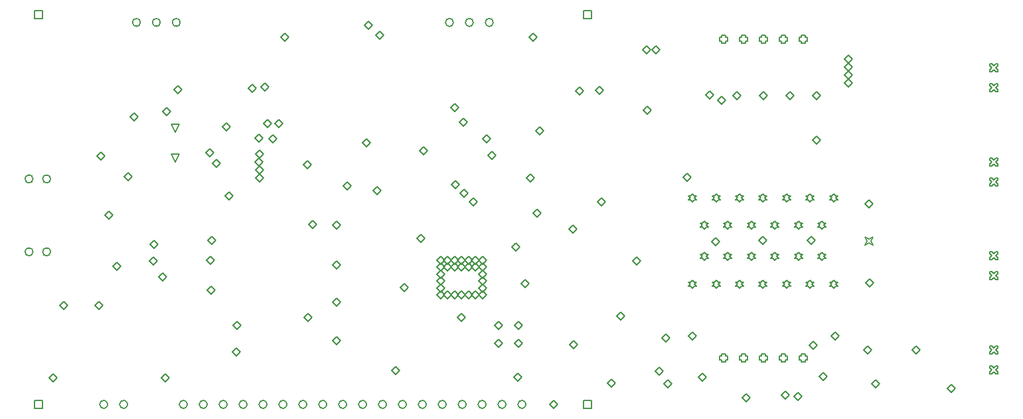
<source format=gbr>
%TF.GenerationSoftware,Altium Limited,Altium Designer,19.1.8 (144)*%
G04 Layer_Color=2752767*
%FSLAX26Y26*%
%MOIN*%
%TF.FileFunction,Drawing*%
%TF.Part,Single*%
G01*
G75*
%TA.AperFunction,NonConductor*%
%ADD102C,0.005000*%
%ADD103C,0.006667*%
D102*
X78425Y78425D02*
Y118425D01*
X118425D01*
Y78425D01*
X78425D01*
X2834331D02*
Y118425D01*
X2874331D01*
Y78425D01*
X2834331D01*
Y2035118D02*
Y2075118D01*
X2874331D01*
Y2035118D01*
X2834331D01*
X78425D02*
Y2075118D01*
X118425D01*
Y2035118D01*
X78425D01*
X785433Y1314449D02*
X765433Y1354449D01*
X805433D01*
X785433Y1314449D01*
Y1464449D02*
X765433Y1504449D01*
X805433D01*
X785433Y1464449D01*
X3382677Y683307D02*
X3392677Y693307D01*
X3402677D01*
X3392677Y703307D01*
X3402677Y713307D01*
X3392677D01*
X3382677Y723307D01*
X3372677Y713307D01*
X3362677D01*
X3372677Y703307D01*
X3362677Y693307D01*
X3372677D01*
X3382677Y683307D01*
X3500787D02*
X3510787Y693307D01*
X3520787D01*
X3510787Y703307D01*
X3520787Y713307D01*
X3510787D01*
X3500787Y723307D01*
X3490787Y713307D01*
X3480787D01*
X3490787Y703307D01*
X3480787Y693307D01*
X3490787D01*
X3500787Y683307D01*
X3618898D02*
X3628898Y693307D01*
X3638898D01*
X3628898Y703307D01*
X3638898Y713307D01*
X3628898D01*
X3618898Y723307D01*
X3608898Y713307D01*
X3598898D01*
X3608898Y703307D01*
X3598898Y693307D01*
X3608898D01*
X3618898Y683307D01*
X3737008D02*
X3747008Y693307D01*
X3757008D01*
X3747008Y703307D01*
X3757008Y713307D01*
X3747008D01*
X3737008Y723307D01*
X3727008Y713307D01*
X3717008D01*
X3727008Y703307D01*
X3717008Y693307D01*
X3727008D01*
X3737008Y683307D01*
X3855118D02*
X3865118Y693307D01*
X3875118D01*
X3865118Y703307D01*
X3875118Y713307D01*
X3865118D01*
X3855118Y723307D01*
X3845118Y713307D01*
X3835118D01*
X3845118Y703307D01*
X3835118Y693307D01*
X3845118D01*
X3855118Y683307D01*
X3973228D02*
X3983228Y693307D01*
X3993228D01*
X3983228Y703307D01*
X3993228Y713307D01*
X3983228D01*
X3973228Y723307D01*
X3963228Y713307D01*
X3953228D01*
X3963228Y703307D01*
X3953228Y693307D01*
X3963228D01*
X3973228Y683307D01*
X4091339D02*
X4101339Y693307D01*
X4111339D01*
X4101339Y703307D01*
X4111339Y713307D01*
X4101339D01*
X4091339Y723307D01*
X4081339Y713307D01*
X4071339D01*
X4081339Y703307D01*
X4071339Y693307D01*
X4081339D01*
X4091339Y683307D01*
X3441732Y821102D02*
X3451732Y831102D01*
X3461732D01*
X3451732Y841102D01*
X3461732Y851102D01*
X3451732D01*
X3441732Y861102D01*
X3431732Y851102D01*
X3421732D01*
X3431732Y841102D01*
X3421732Y831102D01*
X3431732D01*
X3441732Y821102D01*
X3559843D02*
X3569843Y831102D01*
X3579843D01*
X3569843Y841102D01*
X3579843Y851102D01*
X3569843D01*
X3559843Y861102D01*
X3549843Y851102D01*
X3539843D01*
X3549843Y841102D01*
X3539843Y831102D01*
X3549843D01*
X3559843Y821102D01*
X3677953D02*
X3687953Y831102D01*
X3697953D01*
X3687953Y841102D01*
X3697953Y851102D01*
X3687953D01*
X3677953Y861102D01*
X3667953Y851102D01*
X3657953D01*
X3667953Y841102D01*
X3657953Y831102D01*
X3667953D01*
X3677953Y821102D01*
X3796063D02*
X3806063Y831102D01*
X3816063D01*
X3806063Y841102D01*
X3816063Y851102D01*
X3806063D01*
X3796063Y861102D01*
X3786063Y851102D01*
X3776063D01*
X3786063Y841102D01*
X3776063Y831102D01*
X3786063D01*
X3796063Y821102D01*
X3914173D02*
X3924173Y831102D01*
X3934173D01*
X3924173Y841102D01*
X3934173Y851102D01*
X3924173D01*
X3914173Y861102D01*
X3904173Y851102D01*
X3894173D01*
X3904173Y841102D01*
X3894173Y831102D01*
X3904173D01*
X3914173Y821102D01*
X4032284D02*
X4042284Y831102D01*
X4052284D01*
X4042284Y841102D01*
X4052284Y851102D01*
X4042284D01*
X4032284Y861102D01*
X4022284Y851102D01*
X4012284D01*
X4022284Y841102D01*
X4012284Y831102D01*
X4022284D01*
X4032284Y821102D01*
X3441732Y978583D02*
X3451732Y988583D01*
X3461732D01*
X3451732Y998583D01*
X3461732Y1008583D01*
X3451732D01*
X3441732Y1018583D01*
X3431732Y1008583D01*
X3421732D01*
X3431732Y998583D01*
X3421732Y988583D01*
X3431732D01*
X3441732Y978583D01*
X3559843D02*
X3569843Y988583D01*
X3579843D01*
X3569843Y998583D01*
X3579843Y1008583D01*
X3569843D01*
X3559843Y1018583D01*
X3549843Y1008583D01*
X3539843D01*
X3549843Y998583D01*
X3539843Y988583D01*
X3549843D01*
X3559843Y978583D01*
X3677953D02*
X3687953Y988583D01*
X3697953D01*
X3687953Y998583D01*
X3697953Y1008583D01*
X3687953D01*
X3677953Y1018583D01*
X3667953Y1008583D01*
X3657953D01*
X3667953Y998583D01*
X3657953Y988583D01*
X3667953D01*
X3677953Y978583D01*
X3796063D02*
X3806063Y988583D01*
X3816063D01*
X3806063Y998583D01*
X3816063Y1008583D01*
X3806063D01*
X3796063Y1018583D01*
X3786063Y1008583D01*
X3776063D01*
X3786063Y998583D01*
X3776063Y988583D01*
X3786063D01*
X3796063Y978583D01*
X3914173D02*
X3924173Y988583D01*
X3934173D01*
X3924173Y998583D01*
X3934173Y1008583D01*
X3924173D01*
X3914173Y1018583D01*
X3904173Y1008583D01*
X3894173D01*
X3904173Y998583D01*
X3894173Y988583D01*
X3904173D01*
X3914173Y978583D01*
X4032284D02*
X4042284Y988583D01*
X4052284D01*
X4042284Y998583D01*
X4052284Y1008583D01*
X4042284D01*
X4032284Y1018583D01*
X4022284Y1008583D01*
X4012284D01*
X4022284Y998583D01*
X4012284Y988583D01*
X4022284D01*
X4032284Y978583D01*
X3382677Y1116378D02*
X3392677Y1126378D01*
X3402677D01*
X3392677Y1136378D01*
X3402677Y1146378D01*
X3392677D01*
X3382677Y1156378D01*
X3372677Y1146378D01*
X3362677D01*
X3372677Y1136378D01*
X3362677Y1126378D01*
X3372677D01*
X3382677Y1116378D01*
X3500787D02*
X3510787Y1126378D01*
X3520787D01*
X3510787Y1136378D01*
X3520787Y1146378D01*
X3510787D01*
X3500787Y1156378D01*
X3490787Y1146378D01*
X3480787D01*
X3490787Y1136378D01*
X3480787Y1126378D01*
X3490787D01*
X3500787Y1116378D01*
X3618898D02*
X3628898Y1126378D01*
X3638898D01*
X3628898Y1136378D01*
X3638898Y1146378D01*
X3628898D01*
X3618898Y1156378D01*
X3608898Y1146378D01*
X3598898D01*
X3608898Y1136378D01*
X3598898Y1126378D01*
X3608898D01*
X3618898Y1116378D01*
X3737008D02*
X3747008Y1126378D01*
X3757008D01*
X3747008Y1136378D01*
X3757008Y1146378D01*
X3747008D01*
X3737008Y1156378D01*
X3727008Y1146378D01*
X3717008D01*
X3727008Y1136378D01*
X3717008Y1126378D01*
X3727008D01*
X3737008Y1116378D01*
X3855118D02*
X3865118Y1126378D01*
X3875118D01*
X3865118Y1136378D01*
X3875118Y1146378D01*
X3865118D01*
X3855118Y1156378D01*
X3845118Y1146378D01*
X3835118D01*
X3845118Y1136378D01*
X3835118Y1126378D01*
X3845118D01*
X3855118Y1116378D01*
X3973228D02*
X3983228Y1126378D01*
X3993228D01*
X3983228Y1136378D01*
X3993228Y1146378D01*
X3983228D01*
X3973228Y1156378D01*
X3963228Y1146378D01*
X3953228D01*
X3963228Y1136378D01*
X3953228Y1126378D01*
X3963228D01*
X3973228Y1116378D01*
X4091339D02*
X4101339Y1126378D01*
X4111339D01*
X4101339Y1136378D01*
X4111339Y1146378D01*
X4101339D01*
X4091339Y1156378D01*
X4081339Y1146378D01*
X4071339D01*
X4081339Y1136378D01*
X4071339Y1126378D01*
X4081339D01*
X4091339Y1116378D01*
X4248504Y899842D02*
X4258504Y919842D01*
X4248504Y939842D01*
X4268504Y929842D01*
X4288504Y939842D01*
X4278504Y919842D01*
X4288504Y899842D01*
X4268504Y909842D01*
X4248504Y899842D01*
X3530157Y1920433D02*
Y1910433D01*
X3550157D01*
Y1920433D01*
X3560157D01*
Y1940433D01*
X3550157D01*
Y1950433D01*
X3530157D01*
Y1940433D01*
X3520157D01*
Y1920433D01*
X3530157D01*
X3630157D02*
Y1910433D01*
X3650157D01*
Y1920433D01*
X3660157D01*
Y1940433D01*
X3650157D01*
Y1950433D01*
X3630157D01*
Y1940433D01*
X3620157D01*
Y1920433D01*
X3630157D01*
X3730157D02*
Y1910433D01*
X3750157D01*
Y1920433D01*
X3760157D01*
Y1940433D01*
X3750157D01*
Y1950433D01*
X3730157D01*
Y1940433D01*
X3720157D01*
Y1920433D01*
X3730157D01*
X3830157D02*
Y1910433D01*
X3850157D01*
Y1920433D01*
X3860157D01*
Y1940433D01*
X3850157D01*
Y1950433D01*
X3830157D01*
Y1940433D01*
X3820157D01*
Y1920433D01*
X3830157D01*
X3930157D02*
Y1910433D01*
X3950157D01*
Y1920433D01*
X3960157D01*
Y1940433D01*
X3950157D01*
Y1950433D01*
X3930157D01*
Y1940433D01*
X3920157D01*
Y1920433D01*
X3930157D01*
Y320433D02*
Y310433D01*
X3950157D01*
Y320433D01*
X3960157D01*
Y340433D01*
X3950157D01*
Y350433D01*
X3930157D01*
Y340433D01*
X3920157D01*
Y320433D01*
X3930157D01*
X3830157D02*
Y310433D01*
X3850157D01*
Y320433D01*
X3860157D01*
Y340433D01*
X3850157D01*
Y350433D01*
X3830157D01*
Y340433D01*
X3820157D01*
Y320433D01*
X3830157D01*
X3730157D02*
Y310433D01*
X3750157D01*
Y320433D01*
X3760157D01*
Y340433D01*
X3750157D01*
Y350433D01*
X3730157D01*
Y340433D01*
X3720157D01*
Y320433D01*
X3730157D01*
X3630157D02*
Y310433D01*
X3650157D01*
Y320433D01*
X3660157D01*
Y340433D01*
X3650157D01*
Y350433D01*
X3630157D01*
Y340433D01*
X3620157D01*
Y320433D01*
X3630157D01*
X3530157D02*
Y310433D01*
X3550157D01*
Y320433D01*
X3560157D01*
Y340433D01*
X3550157D01*
Y350433D01*
X3530157D01*
Y340433D01*
X3520157D01*
Y320433D01*
X3530157D01*
X4876614Y1768937D02*
X4886614D01*
X4896614Y1778937D01*
X4906614Y1768937D01*
X4916614D01*
Y1778937D01*
X4906614Y1788937D01*
X4916614Y1798937D01*
Y1808937D01*
X4906614D01*
X4896614Y1798937D01*
X4886614Y1808937D01*
X4876614D01*
Y1798937D01*
X4886614Y1788937D01*
X4876614Y1778937D01*
Y1768937D01*
Y1668937D02*
X4886614D01*
X4896614Y1678937D01*
X4906614Y1668937D01*
X4916614D01*
Y1678937D01*
X4906614Y1688937D01*
X4916614Y1698937D01*
Y1708937D01*
X4906614D01*
X4896614Y1698937D01*
X4886614Y1708937D01*
X4876614D01*
Y1698937D01*
X4886614Y1688937D01*
X4876614Y1678937D01*
Y1668937D01*
Y1296496D02*
X4886614D01*
X4896614Y1306496D01*
X4906614Y1296496D01*
X4916614D01*
Y1306496D01*
X4906614Y1316496D01*
X4916614Y1326496D01*
Y1336496D01*
X4906614D01*
X4896614Y1326496D01*
X4886614Y1336496D01*
X4876614D01*
Y1326496D01*
X4886614Y1316496D01*
X4876614Y1306496D01*
Y1296496D01*
Y1196496D02*
X4886614D01*
X4896614Y1206496D01*
X4906614Y1196496D01*
X4916614D01*
Y1206496D01*
X4906614Y1216496D01*
X4916614Y1226496D01*
Y1236496D01*
X4906614D01*
X4896614Y1226496D01*
X4886614Y1236496D01*
X4876614D01*
Y1226496D01*
X4886614Y1216496D01*
X4876614Y1206496D01*
Y1196496D01*
Y824055D02*
X4886614D01*
X4896614Y834055D01*
X4906614Y824055D01*
X4916614D01*
Y834055D01*
X4906614Y844055D01*
X4916614Y854055D01*
Y864055D01*
X4906614D01*
X4896614Y854055D01*
X4886614Y864055D01*
X4876614D01*
Y854055D01*
X4886614Y844055D01*
X4876614Y834055D01*
Y824055D01*
Y724055D02*
X4886614D01*
X4896614Y734055D01*
X4906614Y724055D01*
X4916614D01*
Y734055D01*
X4906614Y744055D01*
X4916614Y754055D01*
Y764055D01*
X4906614D01*
X4896614Y754055D01*
X4886614Y764055D01*
X4876614D01*
Y754055D01*
X4886614Y744055D01*
X4876614Y734055D01*
Y724055D01*
Y351614D02*
X4886614D01*
X4896614Y361614D01*
X4906614Y351614D01*
X4916614D01*
Y361614D01*
X4906614Y371614D01*
X4916614Y381614D01*
Y391614D01*
X4906614D01*
X4896614Y381614D01*
X4886614Y391614D01*
X4876614D01*
Y381614D01*
X4886614Y371614D01*
X4876614Y361614D01*
Y351614D01*
Y251614D02*
X4886614D01*
X4896614Y261614D01*
X4906614Y251614D01*
X4916614D01*
Y261614D01*
X4906614Y271614D01*
X4916614Y281614D01*
Y291614D01*
X4906614D01*
X4896614Y281614D01*
X4886614Y291614D01*
X4876614D01*
Y281614D01*
X4886614Y271614D01*
X4876614Y261614D01*
Y251614D01*
X2956378Y204724D02*
X2976378Y224724D01*
X2996378Y204724D01*
X2976378Y184724D01*
X2956378Y204724D01*
X3238266Y200787D02*
X3258266Y220787D01*
X3278266Y200787D01*
X3258266Y180787D01*
X3238266Y200787D01*
X3631301Y132913D02*
X3651301Y152913D01*
X3671301Y132913D01*
X3651301Y112913D01*
X3631301Y132913D01*
X4017284Y237831D02*
X4037284Y257831D01*
X4057284Y237831D01*
X4037284Y217831D01*
X4017284Y237831D01*
X4661232Y177165D02*
X4681232Y197165D01*
X4701232Y177165D01*
X4681232Y157165D01*
X4661232Y177165D01*
X4283150Y200787D02*
X4303150Y220787D01*
X4323150Y200787D01*
X4303150Y180787D01*
X4283150Y200787D01*
X1188661Y1274717D02*
X1208661Y1294717D01*
X1228661Y1274717D01*
X1208661Y1254717D01*
X1188661Y1274717D01*
X4484922Y373031D02*
X4504922Y393031D01*
X4524922Y373031D01*
X4504922Y353031D01*
X4484922Y373031D01*
X4243779Y370079D02*
X4263779Y390079D01*
X4283779Y370079D01*
X4263779Y350079D01*
X4243779Y370079D01*
X3228032Y433071D02*
X3248032Y453071D01*
X3268032Y433071D01*
X3248032Y413071D01*
X3228032Y433071D01*
X3362677Y440945D02*
X3382677Y460945D01*
X3402677Y440945D01*
X3382677Y420945D01*
X3362677Y440945D01*
X1188661Y1354717D02*
X1208661Y1374717D01*
X1228661Y1354717D01*
X1208661Y1334717D01*
X1188661Y1354717D01*
Y1234717D02*
X1208661Y1254717D01*
X1228661Y1234717D01*
X1208661Y1214717D01*
X1188661Y1234717D01*
X1186235Y1314717D02*
X1206235Y1334717D01*
X1226235Y1314717D01*
X1206235Y1294717D01*
X1186235Y1314717D01*
X1873701Y267716D02*
X1893701Y287716D01*
X1913701Y267716D01*
X1893701Y247716D01*
X1873701Y267716D01*
X2488858Y404528D02*
X2508858Y424528D01*
X2528858Y404528D01*
X2508858Y384528D01*
X2488858Y404528D01*
X2388213Y405512D02*
X2408213Y425512D01*
X2428213Y405512D01*
X2408213Y385512D01*
X2388213Y405512D01*
X3968189Y396654D02*
X3988189Y416654D01*
X4008189Y396654D01*
X3988189Y376654D01*
X3968189Y396654D01*
X2389444Y496062D02*
X2409444Y516062D01*
X2429444Y496062D01*
X2409444Y476062D01*
X2389444Y496062D01*
X2487869D02*
X2507869Y516062D01*
X2527869Y496062D01*
X2507869Y476062D01*
X2487869Y496062D01*
X2764291Y399606D02*
X2784291Y419606D01*
X2804291Y399606D01*
X2784291Y379606D01*
X2764291Y399606D01*
X3830394Y145669D02*
X3850394Y165669D01*
X3870394Y145669D01*
X3850394Y125669D01*
X3830394Y145669D01*
X3893386Y139291D02*
X3913386Y159291D01*
X3933386Y139291D01*
X3913386Y119291D01*
X3893386Y139291D01*
X3195828Y263779D02*
X3215828Y283779D01*
X3235828Y263779D01*
X3215828Y243780D01*
X3195828Y263779D01*
X4078425Y440945D02*
X4098425Y460945D01*
X4118425Y440945D01*
X4098425Y420945D01*
X4078425Y440945D01*
X2307598Y822598D02*
X2327598Y842598D01*
X2347598Y822598D01*
X2327598Y802598D01*
X2307598Y822598D01*
Y787598D02*
X2327598Y807598D01*
X2347598Y787598D01*
X2327598Y767598D01*
X2307598Y787598D01*
Y752598D02*
X2327598Y772598D01*
X2347598Y752598D01*
X2327598Y732598D01*
X2307598Y752598D01*
Y717598D02*
X2327598Y737598D01*
X2347598Y717598D01*
X2327598Y697598D01*
X2307598Y717598D01*
Y682598D02*
X2327598Y702598D01*
X2347598Y682598D01*
X2327598Y662598D01*
X2307598Y682598D01*
Y647598D02*
X2327598Y667598D01*
X2347598Y647598D01*
X2327598Y627598D01*
X2307598Y647598D01*
X2272598Y822598D02*
X2292598Y842598D01*
X2312598Y822598D01*
X2292598Y802598D01*
X2272598Y822598D01*
Y787598D02*
X2292598Y807598D01*
X2312598Y787598D01*
X2292598Y767598D01*
X2272598Y787598D01*
Y647598D02*
X2292598Y667598D01*
X2312598Y647598D01*
X2292598Y627598D01*
X2272598Y647598D01*
X2237598Y822598D02*
X2257598Y842598D01*
X2277598Y822598D01*
X2257598Y802598D01*
X2237598Y822598D01*
Y787598D02*
X2257598Y807598D01*
X2277598Y787598D01*
X2257598Y767598D01*
X2237598Y787598D01*
Y647598D02*
X2257598Y667598D01*
X2277598Y647598D01*
X2257598Y627598D01*
X2237598Y647598D01*
X2202598Y822598D02*
X2222598Y842598D01*
X2242598Y822598D01*
X2222598Y802598D01*
X2202598Y822598D01*
Y787598D02*
X2222598Y807598D01*
X2242598Y787598D01*
X2222598Y767598D01*
X2202598Y787598D01*
Y647598D02*
X2222598Y667598D01*
X2242598Y647598D01*
X2222598Y627598D01*
X2202598Y647598D01*
X2167598Y822598D02*
X2187598Y842598D01*
X2207598Y822598D01*
X2187598Y802598D01*
X2167598Y822598D01*
Y787598D02*
X2187598Y807598D01*
X2207598Y787598D01*
X2187598Y767598D01*
X2167598Y787598D01*
Y647598D02*
X2187598Y667598D01*
X2207598Y647598D01*
X2187598Y627598D01*
X2167598Y647598D01*
X2132598Y822598D02*
X2152598Y842598D01*
X2172598Y822598D01*
X2152598Y802598D01*
X2132598Y822598D01*
Y787598D02*
X2152598Y807598D01*
X2172598Y787598D01*
X2152598Y767598D01*
X2132598Y787598D01*
Y647598D02*
X2152598Y667598D01*
X2172598Y647598D01*
X2152598Y627598D01*
X2132598Y647598D01*
X2097598Y822598D02*
X2117598Y842598D01*
X2137598Y822598D01*
X2117598Y802598D01*
X2097598Y822598D01*
Y787598D02*
X2117598Y807598D01*
X2137598Y787598D01*
X2117598Y767598D01*
X2097598Y787598D01*
Y752598D02*
X2117598Y772598D01*
X2137598Y752598D01*
X2117598Y732598D01*
X2097598Y752598D01*
Y717598D02*
X2117598Y737598D01*
X2137598Y717598D01*
X2117598Y697598D01*
X2097598Y717598D01*
Y682598D02*
X2117598Y702598D01*
X2137598Y682598D01*
X2117598Y662598D01*
X2097598Y682598D01*
Y647598D02*
X2117598Y667598D01*
X2137598Y647598D01*
X2117598Y627598D01*
X2097598Y647598D01*
X3336299Y1238701D02*
X3356299Y1258701D01*
X3376299Y1238701D01*
X3356299Y1218701D01*
X3336299Y1238701D01*
X3717205Y920276D02*
X3737205Y940276D01*
X3757205Y920276D01*
X3737205Y900276D01*
X3717205Y920276D01*
X2167795Y1588583D02*
X2187795Y1608583D01*
X2207795Y1588583D01*
X2187795Y1568583D01*
X2167795Y1588583D01*
X2354598Y1348425D02*
X2374598Y1368425D01*
X2394598Y1348425D01*
X2374598Y1328425D01*
X2354598Y1348425D01*
X3507439Y1625984D02*
X3527439Y1645984D01*
X3547439Y1625984D01*
X3527439Y1605984D01*
X3507439Y1625984D01*
X2597126Y1471457D02*
X2617126Y1491457D01*
X2637126Y1471457D01*
X2617126Y1451457D01*
X2597126Y1471457D01*
X2548289Y1236220D02*
X2568289Y1256220D01*
X2588289Y1236220D01*
X2568289Y1216220D01*
X2548289Y1236220D01*
X2795787Y1672244D02*
X2815787Y1692244D01*
X2835787Y1672244D01*
X2815787Y1652244D01*
X2795787Y1672244D01*
X2329409Y1432244D02*
X2349409Y1452244D01*
X2369409Y1432244D01*
X2349409Y1412244D01*
X2329409Y1432244D01*
X1791024Y1952756D02*
X1811024Y1972756D01*
X1831024Y1952756D01*
X1811024Y1932756D01*
X1791024Y1952756D01*
X1735906Y2002953D02*
X1755906Y2022953D01*
X1775906Y2002953D01*
X1755906Y1982953D01*
X1735906Y2002953D01*
X2561181Y1940945D02*
X2581181Y1960945D01*
X2601181Y1940945D01*
X2581181Y1920945D01*
X2561181Y1940945D01*
X3131180Y1876865D02*
X3151180Y1896865D01*
X3171180Y1876865D01*
X3151180Y1856865D01*
X3131180Y1876865D01*
X3178819D02*
X3198819Y1896865D01*
X3218819Y1876865D01*
X3198819Y1856865D01*
X3178819Y1876865D01*
X3447520Y1650591D02*
X3467520Y1670591D01*
X3487520Y1650591D01*
X3467520Y1630591D01*
X3447520Y1650591D01*
X2906181Y1116142D02*
X2926181Y1136142D01*
X2946181Y1116142D01*
X2926181Y1096142D01*
X2906181Y1116142D01*
X2896339Y1676181D02*
X2916339Y1696181D01*
X2936339Y1676181D01*
X2916339Y1656181D01*
X2896339Y1676181D01*
X3136496Y1575787D02*
X3156496Y1595787D01*
X3176496Y1575787D01*
X3156496Y1555787D01*
X3136496Y1575787D01*
X2212284Y1514764D02*
X2232284Y1534764D01*
X2252284Y1514764D01*
X2232284Y1494764D01*
X2212284Y1514764D01*
X1724094Y1411174D02*
X1744094Y1431174D01*
X1764094Y1411174D01*
X1744094Y1391174D01*
X1724094Y1411174D01*
X3958347Y923228D02*
X3978347Y943228D01*
X3998347Y923228D01*
X3978347Y903228D01*
X3958347Y923228D01*
X2215236Y1157480D02*
X2235236Y1177480D01*
X2255236Y1157480D01*
X2235236Y1137480D01*
X2215236Y1157480D01*
X2170945Y1202756D02*
X2190945Y1222756D01*
X2210945Y1202756D01*
X2190945Y1182756D01*
X2170945Y1202756D01*
X2261496Y1115158D02*
X2281496Y1135158D01*
X2301496Y1115158D01*
X2281496Y1095158D01*
X2261496Y1115158D01*
X2202441Y536417D02*
X2222441Y556417D01*
X2242441Y536417D01*
X2222441Y516417D01*
X2202441Y536417D01*
X942598Y820866D02*
X962598Y840866D01*
X982598Y820866D01*
X962598Y800866D01*
X942598Y820866D01*
X702244Y738681D02*
X722244Y758681D01*
X742244Y738681D01*
X722244Y718681D01*
X702244Y738681D01*
X1215236Y1691929D02*
X1235236Y1711929D01*
X1255236Y1691929D01*
X1235236Y1671929D01*
X1215236Y1691929D01*
X1152244Y1685039D02*
X1172244Y1705039D01*
X1192244Y1685039D01*
X1172244Y1665039D01*
X1152244Y1685039D01*
X1228032Y1508858D02*
X1248032Y1528858D01*
X1268032Y1508858D01*
X1248032Y1488858D01*
X1228032Y1508858D01*
X1286102Y1507874D02*
X1306102Y1527874D01*
X1326102Y1507874D01*
X1306102Y1487874D01*
X1286102Y1507874D01*
X4145354Y1830669D02*
X4165354Y1850669D01*
X4185354Y1830669D01*
X4165354Y1810669D01*
X4145354Y1830669D01*
Y1790669D02*
X4165354Y1810669D01*
X4185354Y1790669D01*
X4165354Y1770669D01*
X4145354Y1790669D01*
Y1710669D02*
X4165354Y1730669D01*
X4185354Y1710669D01*
X4165354Y1690669D01*
X4145354Y1710669D01*
Y1750669D02*
X4165354Y1770669D01*
X4185354Y1750669D01*
X4165354Y1730669D01*
X4145354Y1750669D01*
X3984921Y1648622D02*
X4004921Y1668622D01*
X4024921Y1648622D01*
X4004921Y1628622D01*
X3984921Y1648622D01*
X3586299D02*
X3606299Y1668622D01*
X3626299Y1648622D01*
X3606299Y1628622D01*
X3586299Y1648622D01*
X3853032Y1649606D02*
X3873032Y1669606D01*
X3893032Y1649606D01*
X3873032Y1629606D01*
X3853032Y1649606D01*
X3720157D02*
X3740157Y1669606D01*
X3760157Y1649606D01*
X3740157Y1629606D01*
X3720157Y1649606D01*
X1184725Y1436024D02*
X1204725Y1456024D01*
X1224725Y1436024D01*
X1204725Y1416024D01*
X1184725Y1436024D01*
X721142Y1566929D02*
X741142Y1586929D01*
X761142Y1566929D01*
X741142Y1546929D01*
X721142Y1566929D01*
X1316902Y1940945D02*
X1336902Y1960945D01*
X1356902Y1940945D01*
X1336902Y1920945D01*
X1316902Y1940945D01*
X1997666Y933182D02*
X2017666Y953182D01*
X2037666Y933182D01*
X2017666Y913182D01*
X1997666Y933182D01*
X3479016Y916339D02*
X3499016Y936339D01*
X3519016Y916339D01*
X3499016Y896339D01*
X3479016Y916339D01*
X3082362Y817913D02*
X3102362Y837913D01*
X3122362Y817913D01*
X3102362Y797913D01*
X3082362Y817913D01*
X3003622Y543307D02*
X3023622Y563307D01*
X3043622Y543307D01*
X3023622Y523307D01*
X3003622Y543307D01*
X3984921Y1425197D02*
X4004921Y1445197D01*
X4024921Y1425197D01*
X4004921Y1405197D01*
X3984921Y1425197D01*
X4251654Y708307D02*
X4271654Y728307D01*
X4291654Y708307D01*
X4271654Y688307D01*
X4251654Y708307D01*
X4247717Y1103975D02*
X4267717Y1123975D01*
X4287717Y1103975D01*
X4267717Y1083975D01*
X4247717Y1103975D01*
X1432756Y535118D02*
X1452756Y555118D01*
X1472756Y535118D01*
X1452756Y515118D01*
X1432756Y535118D01*
X659460Y901575D02*
X679460Y921575D01*
X699460Y901575D01*
X679460Y881575D01*
X659460Y901575D01*
X944567Y673228D02*
X964567Y693228D01*
X984567Y673228D01*
X964567Y653228D01*
X944567Y673228D01*
X1074488Y496063D02*
X1094488Y516063D01*
X1114488Y496063D01*
X1094488Y476063D01*
X1074488Y496063D01*
X153228Y232284D02*
X173228Y252284D01*
X193228Y232284D01*
X173228Y212284D01*
X153228Y232284D01*
X1035118Y1144410D02*
X1055118Y1164410D01*
X1075118Y1144410D01*
X1055118Y1124410D01*
X1035118Y1144410D01*
X432269Y1047244D02*
X452269Y1067244D01*
X472269Y1047244D01*
X452269Y1027244D01*
X432269Y1047244D01*
X393386Y1343504D02*
X413386Y1363504D01*
X433386Y1343504D01*
X413386Y1323504D01*
X393386Y1343504D01*
X1255591Y1432087D02*
X1275591Y1452087D01*
X1295591Y1432087D01*
X1275591Y1412087D01*
X1255591Y1432087D01*
X1428819Y1300440D02*
X1448819Y1320440D01*
X1468819Y1300440D01*
X1448819Y1280440D01*
X1428819Y1300440D01*
X2011496Y1373032D02*
X2031496Y1393032D01*
X2051496Y1373032D01*
X2031496Y1353032D01*
X2011496Y1373032D01*
X1917008Y685039D02*
X1937008Y705039D01*
X1957008Y685039D01*
X1937008Y665039D01*
X1917008Y685039D01*
X2483937Y236220D02*
X2503937Y256221D01*
X2523937Y236220D01*
X2503937Y216220D01*
X2483937Y236220D01*
X2665039Y98425D02*
X2685039Y118425D01*
X2705039Y98425D01*
X2685039Y78425D01*
X2665039Y98425D01*
X2523307Y703740D02*
X2543307Y723740D01*
X2563307Y703740D01*
X2543307Y683740D01*
X2523307Y703740D01*
X2583346Y1059732D02*
X2603346Y1079732D01*
X2623346Y1059732D01*
X2603346Y1039732D01*
X2583346Y1059732D01*
X1455406Y1000079D02*
X1475406Y1020079D01*
X1495406Y1000079D01*
X1475406Y980079D01*
X1455406Y1000079D01*
X529724Y1241931D02*
X549724Y1261931D01*
X569724Y1241931D01*
X549724Y1221931D01*
X529724Y1241931D01*
X779213Y1678150D02*
X799213Y1698150D01*
X819213Y1678150D01*
X799213Y1658150D01*
X779213Y1678150D01*
X3411851Y236220D02*
X3431851Y256220D01*
X3451851Y236220D01*
X3431851Y216220D01*
X3411851Y236220D01*
X1070551Y362205D02*
X1090551Y382205D01*
X1110551Y362205D01*
X1090551Y342205D01*
X1070551Y362205D01*
X1575524Y418358D02*
X1595524Y438358D01*
X1615524Y418358D01*
X1595524Y398358D01*
X1575524Y418358D01*
X1575472Y798925D02*
X1595472Y818925D01*
X1615472Y798925D01*
X1595472Y778925D01*
X1575472Y798925D01*
Y610236D02*
X1595472Y630236D01*
X1615472Y610236D01*
X1595472Y590236D01*
X1575472Y610236D01*
X1575760Y997311D02*
X1595760Y1017311D01*
X1615760Y997311D01*
X1595760Y977311D01*
X1575760Y997311D01*
X1628622Y1194882D02*
X1648622Y1214882D01*
X1668622Y1194882D01*
X1648622Y1174882D01*
X1628622Y1194882D01*
X1779213Y1170276D02*
X1799213Y1190276D01*
X1819213Y1170276D01*
X1799213Y1150276D01*
X1779213Y1170276D01*
X654213Y817913D02*
X674213Y837913D01*
X694213Y817913D01*
X674213Y797913D01*
X654213Y817913D01*
X472126Y791339D02*
X492126Y811339D01*
X512126Y791339D01*
X492126Y771339D01*
X472126Y791339D01*
X206378Y594488D02*
X226378Y614488D01*
X246378Y594488D01*
X226378Y574488D01*
X206378Y594488D01*
X380591D02*
X400591Y614488D01*
X420591Y594488D01*
X400591Y574488D01*
X380591Y594488D01*
X949488Y920276D02*
X969488Y940276D01*
X989488Y920276D01*
X969488Y900276D01*
X949488Y920276D01*
X559724Y1542323D02*
X579724Y1562323D01*
X599724Y1542323D01*
X579724Y1522323D01*
X559724Y1542323D01*
X714252Y233268D02*
X734252Y253268D01*
X754252Y233268D01*
X734252Y213268D01*
X714252Y233268D01*
X2763366Y978248D02*
X2783366Y998248D01*
X2803366Y978248D01*
X2783366Y958248D01*
X2763366Y978248D01*
X2476063Y889764D02*
X2496063Y909764D01*
X2516063Y889764D01*
X2496063Y869764D01*
X2476063Y889764D01*
X938662Y1360236D02*
X958662Y1380236D01*
X978662Y1360236D01*
X958662Y1340236D01*
X938662Y1360236D01*
X972126Y1308071D02*
X992126Y1328071D01*
X1012126Y1308071D01*
X992126Y1288071D01*
X972126Y1308071D01*
X1022323Y1491142D02*
X1042323Y1511142D01*
X1062323Y1491142D01*
X1042323Y1471142D01*
X1022323Y1491142D01*
D103*
X446378Y98425D02*
G03*
X446378Y98425I-20000J0D01*
G01*
X546378D02*
G03*
X546378Y98425I-20000J0D01*
G01*
X846378D02*
G03*
X846378Y98425I-20000J0D01*
G01*
X946378D02*
G03*
X946378Y98425I-20000J0D01*
G01*
X1046378D02*
G03*
X1046378Y98425I-20000J0D01*
G01*
X1146378D02*
G03*
X1146378Y98425I-20000J0D01*
G01*
X1246378D02*
G03*
X1246378Y98425I-20000J0D01*
G01*
X1346378D02*
G03*
X1346378Y98425I-20000J0D01*
G01*
X1446378D02*
G03*
X1446378Y98425I-20000J0D01*
G01*
X1546378D02*
G03*
X1546378Y98425I-20000J0D01*
G01*
X1646378D02*
G03*
X1646378Y98425I-20000J0D01*
G01*
X1746378D02*
G03*
X1746378Y98425I-20000J0D01*
G01*
X1846378D02*
G03*
X1846378Y98425I-20000J0D01*
G01*
X1946378D02*
G03*
X1946378Y98425I-20000J0D01*
G01*
X2046378D02*
G03*
X2046378Y98425I-20000J0D01*
G01*
X2146378D02*
G03*
X2146378Y98425I-20000J0D01*
G01*
X2246378D02*
G03*
X2246378Y98425I-20000J0D01*
G01*
X2346378D02*
G03*
X2346378Y98425I-20000J0D01*
G01*
X2446378D02*
G03*
X2446378Y98425I-20000J0D01*
G01*
X2546378D02*
G03*
X2546378Y98425I-20000J0D01*
G01*
X810551Y2015748D02*
G03*
X810551Y2015748I-20000J0D01*
G01*
X710551D02*
G03*
X710551Y2015748I-20000J0D01*
G01*
X610551D02*
G03*
X610551Y2015748I-20000J0D01*
G01*
X2182205D02*
G03*
X2182205Y2015748I-20000J0D01*
G01*
X2282205D02*
G03*
X2282205Y2015748I-20000J0D01*
G01*
X2382205D02*
G03*
X2382205Y2015748I-20000J0D01*
G01*
X71181Y1230315D02*
G03*
X71181Y1230315I-20000J0D01*
G01*
X159764Y864173D02*
G03*
X159764Y864173I-20000J0D01*
G01*
X71181D02*
G03*
X71181Y864173I-20000J0D01*
G01*
X159764Y1230315D02*
G03*
X159764Y1230315I-20000J0D01*
G01*
%TF.MD5,9cba4f22d87807b9b4dbdb75280460ac*%
M02*

</source>
